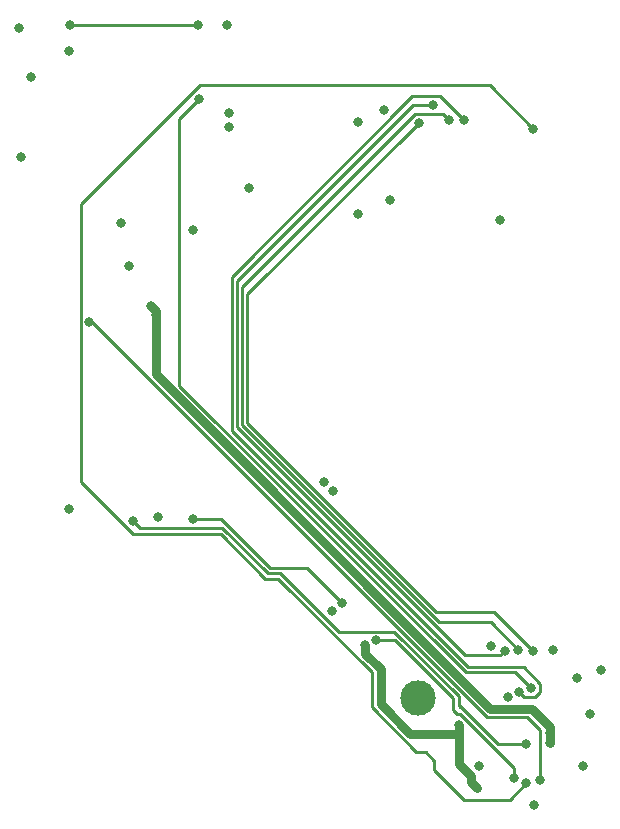
<source format=gbr>
G04 #@! TF.GenerationSoftware,KiCad,Pcbnew,5.1.6+dfsg1-1~bpo10+1*
G04 #@! TF.CreationDate,2021-06-19T16:41:40-04:00*
G04 #@! TF.ProjectId,RUSP_Daughterboard,52555350-5f44-4617-9567-68746572626f,rev?*
G04 #@! TF.SameCoordinates,Original*
G04 #@! TF.FileFunction,Copper,L2,Inr*
G04 #@! TF.FilePolarity,Positive*
%FSLAX46Y46*%
G04 Gerber Fmt 4.6, Leading zero omitted, Abs format (unit mm)*
G04 Created by KiCad (PCBNEW 5.1.6+dfsg1-1~bpo10+1) date 2021-06-19 16:41:40*
%MOMM*%
%LPD*%
G01*
G04 APERTURE LIST*
G04 #@! TA.AperFunction,ViaPad*
%ADD10C,3.000000*%
G04 #@! TD*
G04 #@! TA.AperFunction,ViaPad*
%ADD11C,0.800000*%
G04 #@! TD*
G04 #@! TA.AperFunction,Conductor*
%ADD12C,0.750000*%
G04 #@! TD*
G04 #@! TA.AperFunction,Conductor*
%ADD13C,0.250000*%
G04 #@! TD*
G04 APERTURE END LIST*
D10*
X154000000Y-128000000D03*
D11*
X120300000Y-71300000D03*
X135000000Y-88400000D03*
X124500000Y-112000000D03*
X146800000Y-120600000D03*
X149582053Y-123517947D03*
X124500000Y-73200000D03*
X161000000Y-87500000D03*
X149000000Y-87000000D03*
X149000000Y-79250000D03*
X168599999Y-129400001D03*
X165500000Y-123900000D03*
X157480000Y-130302000D03*
X159004000Y-135636000D03*
X120396006Y-82200000D03*
X146812000Y-110490000D03*
X146050000Y-109728000D03*
X169500000Y-125600000D03*
X157900000Y-79100000D03*
X162600000Y-127500000D03*
X161400000Y-124000000D03*
X155300000Y-77800000D03*
X160200000Y-123600000D03*
X151130000Y-78232000D03*
X161694805Y-127925000D03*
X139700000Y-84836000D03*
X121300000Y-75400000D03*
X137900000Y-71000000D03*
X138000000Y-78500000D03*
X138000000Y-79700000D03*
X159200000Y-133800000D03*
X168000000Y-133750000D03*
X151638000Y-85852000D03*
X135500000Y-77250000D03*
X163600000Y-127200000D03*
X154100000Y-79300000D03*
X163800000Y-124000000D03*
X164400000Y-134974990D03*
X128887660Y-87812340D03*
X126200000Y-96200000D03*
X129600000Y-91400000D03*
X163200000Y-131900000D03*
X129900000Y-113000000D03*
X163900000Y-137025010D03*
X132029325Y-112674990D03*
X147571375Y-119928625D03*
X150500000Y-123100000D03*
X162200000Y-134800000D03*
X135010743Y-112824979D03*
X163800000Y-79800000D03*
X163200000Y-135200000D03*
X124600000Y-71000000D03*
X135400000Y-71000000D03*
X165201292Y-131775010D03*
X131400000Y-94800000D03*
X165201292Y-131001292D03*
X131826000Y-95600000D03*
X167500000Y-126300000D03*
X156700000Y-79100000D03*
X162500000Y-123900000D03*
D12*
X157480000Y-133590038D02*
X158502981Y-134613019D01*
X158502981Y-135134981D02*
X159004000Y-135636000D01*
X158502981Y-134613019D02*
X158502981Y-135134981D01*
X150876000Y-125586038D02*
X150876000Y-128550038D01*
X149582053Y-123517947D02*
X149582053Y-124292091D01*
X149582053Y-124292091D02*
X150876000Y-125586038D01*
X153389962Y-131064000D02*
X157480000Y-131064000D01*
X150876000Y-128550038D02*
X153389962Y-131064000D01*
X157480000Y-130302000D02*
X157480000Y-131064000D01*
X157480000Y-131064000D02*
X157480000Y-133590038D01*
D13*
X164400000Y-126800000D02*
X164400000Y-127473002D01*
X162994978Y-125394978D02*
X164400000Y-126800000D01*
X158284139Y-125394977D02*
X162994978Y-125394978D01*
X138249968Y-92350032D02*
X138249968Y-105360806D01*
X163025001Y-127925001D02*
X162600000Y-127500000D01*
X138249968Y-105360806D02*
X158284139Y-125394977D01*
X163948001Y-127925001D02*
X163025001Y-127925001D01*
X164400000Y-127473002D02*
X163948001Y-127925001D01*
X157900000Y-79100000D02*
X155874999Y-77074999D01*
X155874999Y-77074999D02*
X153525001Y-77074999D01*
X153525001Y-77074999D02*
X138249968Y-92350032D01*
X153600000Y-77800000D02*
X155300000Y-77800000D01*
X157999999Y-124399999D02*
X138699978Y-105099978D01*
X161400000Y-124000000D02*
X161000001Y-124399999D01*
X138699978Y-92700022D02*
X153600000Y-77800000D01*
X161000001Y-124399999D02*
X157999999Y-124399999D01*
X138699978Y-105099978D02*
X138699978Y-92700022D01*
X133800000Y-78950000D02*
X133800000Y-101547248D01*
X162244988Y-125844988D02*
X163600000Y-127200000D01*
X158097740Y-125844988D02*
X162244988Y-125844988D01*
X135500000Y-77250000D02*
X133800000Y-78950000D01*
X133800000Y-101547248D02*
X158097740Y-125844988D01*
X154100000Y-79300000D02*
X139600000Y-93800000D01*
X155572820Y-120700000D02*
X160500000Y-120700000D01*
X139600000Y-104727180D02*
X155572820Y-120700000D01*
X160500000Y-120700000D02*
X163800000Y-124000000D01*
X139600000Y-93800000D02*
X139600000Y-104727180D01*
X126472822Y-96200000D02*
X126200000Y-96200000D01*
X159872833Y-129600011D02*
X126472822Y-96200000D01*
X163300011Y-129600011D02*
X159872833Y-129600011D01*
X164400000Y-130700000D02*
X163300011Y-129600011D01*
X164400000Y-134974990D02*
X164400000Y-130700000D01*
X157500000Y-128700000D02*
X157600000Y-128800000D01*
X142386421Y-117450011D02*
X141313600Y-117450011D01*
X152011410Y-122374999D02*
X147311409Y-122374999D01*
X147311409Y-122374999D02*
X142386421Y-117450011D01*
X157500000Y-128700000D02*
X157500000Y-127863589D01*
X157500000Y-127863589D02*
X152011410Y-122374999D01*
X141313600Y-117450011D02*
X137463589Y-113599999D01*
X137463589Y-113599999D02*
X130499999Y-113599999D01*
X130499999Y-113599999D02*
X129900000Y-113000000D01*
X160787413Y-131900000D02*
X163200000Y-131900000D01*
X157587413Y-128700000D02*
X160787413Y-131900000D01*
X157500000Y-128700000D02*
X157587413Y-128700000D01*
X137324979Y-112824979D02*
X135010743Y-112824979D01*
X141500000Y-117000000D02*
X137324979Y-112824979D01*
X144642750Y-117000000D02*
X141500000Y-117000000D01*
X147571375Y-119928625D02*
X144642750Y-117000000D01*
X162200000Y-133948998D02*
X162200000Y-134800000D01*
X157000000Y-128000000D02*
X157000000Y-129017157D01*
X152100000Y-123100000D02*
X157000000Y-128000000D01*
X157000000Y-129017157D02*
X157305842Y-129322999D01*
X157574001Y-129322999D02*
X162200000Y-133948998D01*
X150500000Y-123100000D02*
X152100000Y-123100000D01*
X157305842Y-129322999D02*
X157574001Y-129322999D01*
X125474999Y-86201999D02*
X125474999Y-109674999D01*
X129900000Y-114100000D02*
X137327179Y-114100000D01*
X135576998Y-76100000D02*
X125474999Y-86201999D01*
X163800000Y-79800000D02*
X160100000Y-76100000D01*
X161800000Y-136600000D02*
X163200000Y-135200000D01*
X155425001Y-133315999D02*
X155425001Y-134089001D01*
X125474999Y-109674999D02*
X129900000Y-114100000D01*
X154684001Y-132574999D02*
X155425001Y-133315999D01*
X155425001Y-134089001D02*
X157936000Y-136600000D01*
X160100000Y-76100000D02*
X135576998Y-76100000D01*
X142200022Y-117900022D02*
X150114000Y-125814000D01*
X153910999Y-132574999D02*
X154684001Y-132574999D01*
X150114000Y-125814000D02*
X150114000Y-128778000D01*
X137327179Y-114100000D02*
X141127200Y-117900022D01*
X141127200Y-117900022D02*
X142200022Y-117900022D01*
X150114000Y-128778000D02*
X153910999Y-132574999D01*
X157936000Y-136600000D02*
X161800000Y-136600000D01*
X124600000Y-71000000D02*
X135400000Y-71000000D01*
D12*
X165201292Y-131775010D02*
X165201292Y-131001292D01*
X160162787Y-128900000D02*
X131826000Y-100563213D01*
X131826000Y-95226000D02*
X131826000Y-95600000D01*
X131826000Y-100563213D02*
X131826000Y-95600000D01*
X165201292Y-131001292D02*
X165201292Y-130435607D01*
X165201292Y-130435607D02*
X163665685Y-128900000D01*
X163665685Y-128900000D02*
X160162787Y-128900000D01*
X131400000Y-94800000D02*
X131826000Y-95226000D01*
D13*
X155836410Y-121600000D02*
X160200000Y-121600000D01*
X139149989Y-93177009D02*
X139149989Y-104913579D01*
X160200000Y-121600000D02*
X162500000Y-123900000D01*
X139149989Y-104913579D02*
X155836410Y-121600000D01*
X153751999Y-78574999D02*
X139149989Y-93177009D01*
X156700000Y-79100000D02*
X156174999Y-78574999D01*
X156174999Y-78574999D02*
X153751999Y-78574999D01*
M02*

</source>
